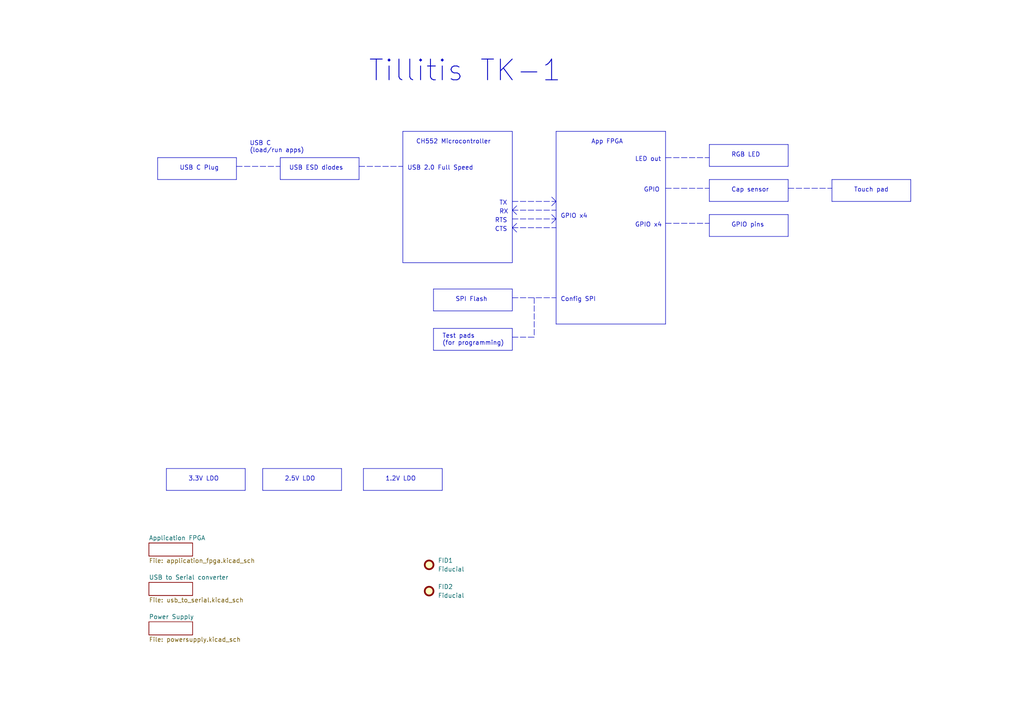
<source format=kicad_sch>
(kicad_sch (version 20211123) (generator eeschema)
  (paper "A4")
  (title_block (title "TK-1") (date "2021-11-14") (rev "V1") (company "Tillitis AB") (comment 1 "2022"))
  (lib_symbols
    (symbol "Mechanical:Fiducial"
      (property "Reference" "FID" (at 0 5.08 0))
      (property "Value" "Fiducial" (at 0 3.175 0))
      (symbol "Fiducial_0_1"
        (circle (center 0 0) (radius 1.27) (stroke (width 0.508)) (fill (type background)))
      )
    )
  )
  (polyline (pts (xy 193.04 54.61) (xy 205.74 54.61)))
  (polyline (pts (xy 205.74 52.07) (xy 205.74 58.42)) (stroke (width 0) (type solid)))
  (polyline (pts (xy 264.16 52.07) (xy 264.16 58.42)) (stroke (width 0) (type solid)))
  (polyline (pts (xy 45.72 45.72) (xy 68.58 45.72)) (stroke (width 0) (type solid)))
  (polyline (pts (xy 149.86 59.69) (xy 148.59 60.96)))
  (polyline (pts (xy 148.59 95.25) (xy 148.59 101.6)) (stroke (width 0) (type solid)))
  (polyline (pts (xy 228.6 54.61) (xy 241.3 54.61)))
  (polyline (pts (xy 68.58 52.07) (xy 45.72 52.07)) (stroke (width 0) (type solid)))
  (polyline (pts (xy 228.6 62.23) (xy 228.6 68.58)) (stroke (width 0) (type solid)))
  (polyline (pts (xy 81.28 45.72) (xy 104.14 45.72)) (stroke (width 0) (type solid)))
  (polyline (pts (xy 68.58 45.72) (xy 68.58 52.07)) (stroke (width 0) (type solid)))
  (polyline (pts (xy 128.27 142.24) (xy 105.41 142.24)) (stroke (width 0) (type solid)))
  (polyline (pts (xy 228.6 68.58) (xy 205.74 68.58)) (stroke (width 0) (type solid)))
  (polyline (pts (xy 48.26 135.89) (xy 48.26 142.24)) (stroke (width 0) (type solid)))
  (polyline (pts (xy 149.86 62.23) (xy 148.59 60.96)))
  (polyline (pts (xy 148.59 58.42) (xy 161.29 58.42)))
  (polyline (pts (xy 148.59 90.17) (xy 125.73 90.17)) (stroke (width 0) (type solid)))
  (polyline (pts (xy 205.74 62.23) (xy 205.74 68.58)) (stroke (width 0) (type solid)))
  (polyline (pts (xy 125.73 95.25) (xy 148.59 95.25)) (stroke (width 0) (type solid)))
  (polyline (pts (xy 160.02 59.69) (xy 161.29 58.42)))
  (polyline (pts (xy 148.59 60.96) (xy 161.29 60.96)))
  (polyline (pts (xy 148.59 76.2) (xy 116.84 76.2)) (stroke (width 0) (type solid)))
  (polyline (pts (xy 125.73 95.25) (xy 125.73 101.6)) (stroke (width 0) (type solid)))
  (polyline (pts (xy 48.26 135.89) (xy 71.12 135.89)) (stroke (width 0) (type solid)))
  (polyline (pts (xy 104.14 52.07) (xy 81.28 52.07)) (stroke (width 0) (type solid)))
  (polyline (pts (xy 68.58 48.26) (xy 81.28 48.26)))
  (polyline (pts (xy 161.29 38.1) (xy 193.04 38.1)) (stroke (width 0) (type solid)))
  (polyline (pts (xy 228.6 58.42) (xy 205.74 58.42)) (stroke (width 0) (type solid)))
  (polyline (pts (xy 125.73 83.82) (xy 148.59 83.82)) (stroke (width 0) (type solid)))
  (polyline (pts (xy 71.12 135.89) (xy 71.12 142.24)) (stroke (width 0) (type solid)))
  (polyline (pts (xy 99.06 135.89) (xy 99.06 142.24)) (stroke (width 0) (type solid)))
  (polyline (pts (xy 193.04 45.72) (xy 205.74 45.72)))
  (polyline (pts (xy 149.86 67.31) (xy 148.59 66.04)))
  (polyline (pts (xy 205.74 52.07) (xy 228.6 52.07)) (stroke (width 0) (type solid)))
  (polyline (pts (xy 160.02 57.15) (xy 161.29 58.42)))
  (polyline (pts (xy 45.72 45.72) (xy 45.72 52.07)) (stroke (width 0) (type solid)))
  (polyline (pts (xy 116.84 38.1) (xy 148.59 38.1)) (stroke (width 0) (type solid)))
  (polyline (pts (xy 148.59 66.04) (xy 161.29 66.04)))
  (polyline (pts (xy 148.59 63.5) (xy 161.29 63.5)))
  (polyline (pts (xy 193.04 64.77) (xy 205.74 64.77)))
  (polyline (pts (xy 193.04 93.98) (xy 161.29 93.98)) (stroke (width 0) (type solid)))
  (polyline (pts (xy 241.3 52.07) (xy 241.3 58.42)) (stroke (width 0) (type solid)))
  (polyline (pts (xy 228.6 41.91) (xy 228.6 48.26)) (stroke (width 0) (type solid)))
  (polyline (pts (xy 205.74 41.91) (xy 228.6 41.91)) (stroke (width 0) (type solid)))
  (polyline (pts (xy 228.6 48.26) (xy 205.74 48.26)) (stroke (width 0) (type solid)))
  (polyline (pts (xy 71.12 142.24) (xy 48.26 142.24)) (stroke (width 0) (type solid)))
  (polyline (pts (xy 264.16 58.42) (xy 241.3 58.42)) (stroke (width 0) (type solid)))
  (polyline (pts (xy 148.59 101.6) (xy 125.73 101.6)) (stroke (width 0) (type solid)))
  (polyline (pts (xy 81.28 45.72) (xy 81.28 52.07)) (stroke (width 0) (type solid)))
  (polyline (pts (xy 99.06 142.24) (xy 76.2 142.24)) (stroke (width 0) (type solid)))
  (polyline (pts (xy 148.59 86.36) (xy 161.29 86.36)))
  (polyline (pts (xy 116.84 38.1) (xy 116.84 76.2)) (stroke (width 0) (type solid)))
  (polyline (pts (xy 125.73 83.82) (xy 125.73 90.17)) (stroke (width 0) (type solid)))
  (polyline (pts (xy 105.41 135.89) (xy 105.41 142.24)) (stroke (width 0) (type solid)))
  (polyline (pts (xy 148.59 83.82) (xy 148.59 90.17)) (stroke (width 0) (type solid)))
  (polyline (pts (xy 148.59 97.79) (xy 154.94 97.79)))
  (polyline (pts (xy 154.94 86.36) (xy 154.94 97.79)))
  (polyline (pts (xy 241.3 52.07) (xy 264.16 52.07)) (stroke (width 0) (type solid)))
  (polyline (pts (xy 104.14 48.26) (xy 116.84 48.26)))
  (polyline (pts (xy 104.14 45.72) (xy 104.14 52.07)) (stroke (width 0) (type solid)))
  (polyline (pts (xy 228.6 52.07) (xy 228.6 58.42)) (stroke (width 0) (type solid)))
  (polyline (pts (xy 193.04 38.1) (xy 193.04 93.98)) (stroke (width 0) (type solid)))
  (polyline (pts (xy 148.59 38.1) (xy 148.59 76.2)) (stroke (width 0) (type solid)))
  (polyline (pts (xy 105.41 135.89) (xy 128.27 135.89)) (stroke (width 0) (type solid)))
  (polyline (pts (xy 161.29 38.1) (xy 161.29 93.98)) (stroke (width 0) (type solid)))
  (polyline (pts (xy 205.74 62.23) (xy 228.6 62.23)) (stroke (width 0) (type solid)))
  (polyline (pts (xy 76.2 135.89) (xy 99.06 135.89)) (stroke (width 0) (type solid)))
  (polyline (pts (xy 149.86 64.77) (xy 148.59 66.04)))
  (polyline (pts (xy 205.74 41.91) (xy 205.74 48.26)) (stroke (width 0) (type solid)))
  (polyline (pts (xy 160.02 62.23) (xy 161.29 63.5)))
  (polyline (pts (xy 160.02 64.77) (xy 161.29 63.5)))
  (polyline (pts (xy 76.2 135.89) (xy 76.2 142.24)) (stroke (width 0) (type solid)))
  (polyline (pts (xy 128.27 135.89) (xy 128.27 142.24)) (stroke (width 0) (type solid)))
  (text "USB ESD diodes" (at 83.82 49.53 0) (effects (font (size 1.27 1.27)) (justify left bottom)))
  (text "Touch pad" (at 247.65 55.88 0) (effects (font (size 1.27 1.27)) (justify left bottom)))
  (text "RX" (at 144.78 62.23 0) (effects (font (size 1.27 1.27)) (justify left bottom)))
  (text "GPIO x4" (at 184.15 66.04 0) (effects (font (size 1.27 1.27)) (justify left bottom)))
  (text "GPIO pins" (at 212.09 66.04 0) (effects (font (size 1.27 1.27)) (justify left bottom)))
  (text "Cap sensor" (at 212.09 55.88 0) (effects (font (size 1.27 1.27)) (justify left bottom)))
  (text "USB 2.0 Full Speed" (at 118.11 49.53 0) (effects (font (size 1.27 1.27)) (justify left bottom)))
  (text "RTS" (at 143.51 64.77 0) (effects (font (size 1.27 1.27)) (justify left bottom)))
  (text "USB C Plug" (at 52.07 49.53 0) (effects (font (size 1.27 1.27)) (justify left bottom)))
  (text "CH552 Microcontroller" (at 120.65 41.91 0) (effects (font (size 1.27 1.27)) (justify left bottom)))
  (text "RGB LED" (at 212.09 45.72 0) (effects (font (size 1.27 1.27)) (justify left bottom)))
  (text "USB C\n(load/run apps)" (at 72.39 44.45 0) (effects (font (size 1.27 1.27)) (justify left bottom)))
  (text "1.2V LDO" (at 111.76 139.7 0) (effects (font (size 1.27 1.27)) (justify left bottom)))
  (text "GPIO x4" (at 162.56 63.5 0) (effects (font (size 1.27 1.27)) (justify left bottom)))
  (text "3.3V LDO" (at 54.61 139.7 0) (effects (font (size 1.27 1.27)) (justify left bottom)))
  (text "CTS" (at 143.51 67.31 0) (effects (font (size 1.27 1.27)) (justify left bottom)))
  (text "2.5V LDO" (at 82.55 139.7 0) (effects (font (size 1.27 1.27)) (justify left bottom)))
  (text "App FPGA" (at 171.45 41.91 0) (effects (font (size 1.27 1.27)) (justify left bottom)))
  (text "Config SPI" (at 162.56 87.63 0) (effects (font (size 1.27 1.27)) (justify left bottom)))
  (text "Tillitis TK-1" (at 106.68 24.13 0) (effects (font (size 6 6) (thickness 0.254) bold) (justify left bottom)))
  (text "TX" (at 144.78 59.69 0) (effects (font (size 1.27 1.27)) (justify left bottom)))
  (text "SPI Flash" (at 132.08 87.63 0) (effects (font (size 1.27 1.27)) (justify left bottom)))
  (text "GPIO" (at 186.69 55.88 0) (effects (font (size 1.27 1.27)) (justify left bottom)))
  (text "LED out" (at 184.15 46.99 0) (effects (font (size 1.27 1.27)) (justify left bottom)))
  (text "Test pads\n(for programming)" (at 128.27 100.33 0) (effects (font (size 1.27 1.27)) (justify left bottom)))
  (symbol (lib_id "Mechanical:Fiducial") (at 124.46 163.83 90) (unit 1) (in_bom no)
    (property "Reference" "FID1" (at 127 162.5599 90) (effects (justify right)))
    (property "Value" "Fiducial" (at 127 165.0999 90) (effects (justify right)))
    (property "Footprint" "Fiducial:Fiducial_0.75mm_Mask1.5mm" (effects hide))
  )
  (symbol (lib_id "Mechanical:Fiducial") (at 124.46 171.45 90) (unit 1) (in_bom no)
    (property "Reference" "FID2" (at 127 170.1799 90) (effects (justify right)))
    (property "Value" "Fiducial" (at 127 172.7199 90) (effects (justify right)))
    (property "Footprint" "Fiducial:Fiducial_0.75mm_Mask1.5mm" (effects hide))
  )
  (sheet (at 43.18 180.34) (size 12.7 3.81)
    (property "Sheet name" "Power Supply" (at 43.18 179.6284 0) (effects (justify left bottom)))
    (property "Sheet file" "powersupply.kicad_sch" (at 43.18 184.7346 0) (effects (justify left top)))
  )
  (sheet (at 43.18 157.48) (size 12.7 3.81)
    (property "Sheet name" "Application FPGA" (at 43.18 156.7684 0) (effects (justify left bottom)))
    (property "Sheet file" "application_fpga.kicad_sch" (at 43.18 161.8746 0) (effects (justify left top)))
  )
  (sheet (at 43.18 168.91) (size 12.7 3.81)
    (property "Sheet name" "USB to Serial converter" (at 43.18 168.1984 0) (effects (justify left bottom)))
    (property "Sheet file" "usb_to_serial.kicad_sch" (at 43.18 173.3046 0) (effects (justify left top)))
  )
)
</source>
